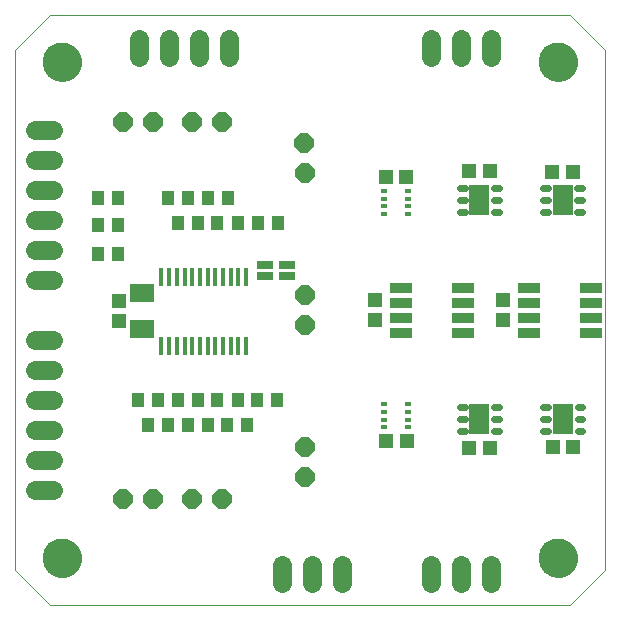
<source format=gts>
G75*
%MOIN*%
%OFA0B0*%
%FSLAX25Y25*%
%IPPOS*%
%LPD*%
%AMOC8*
5,1,8,0,0,1.08239X$1,22.5*
%
%ADD10C,0.02172*%
%ADD11R,0.06699X0.10243*%
%ADD12C,0.00000*%
%ADD13C,0.12998*%
%ADD14C,0.06400*%
%ADD15R,0.02369X0.01778*%
%ADD16R,0.01800X0.06200*%
%ADD17R,0.07487X0.03550*%
%ADD18R,0.04534X0.04652*%
%ADD19R,0.04337X0.04731*%
%ADD20R,0.04652X0.04534*%
%ADD21R,0.08274X0.06306*%
%ADD22OC8,0.06400*%
%ADD23R,0.05400X0.02900*%
D10*
X0158704Y0066663D02*
X0160278Y0066663D01*
X0160278Y0070600D02*
X0158704Y0070600D01*
X0158704Y0074537D02*
X0160278Y0074537D01*
X0170122Y0074537D02*
X0171696Y0074537D01*
X0171696Y0070600D02*
X0170122Y0070600D01*
X0170122Y0066663D02*
X0171696Y0066663D01*
X0186504Y0066663D02*
X0188078Y0066663D01*
X0188078Y0070600D02*
X0186504Y0070600D01*
X0186504Y0074537D02*
X0188078Y0074537D01*
X0197922Y0074537D02*
X0199496Y0074537D01*
X0199496Y0070600D02*
X0197922Y0070600D01*
X0197922Y0066663D02*
X0199496Y0066663D01*
X0199396Y0139563D02*
X0197822Y0139563D01*
X0197822Y0143500D02*
X0199396Y0143500D01*
X0199396Y0147437D02*
X0197822Y0147437D01*
X0187978Y0147437D02*
X0186404Y0147437D01*
X0186404Y0143500D02*
X0187978Y0143500D01*
X0187978Y0139563D02*
X0186404Y0139563D01*
X0171696Y0139663D02*
X0170122Y0139663D01*
X0170122Y0143600D02*
X0171696Y0143600D01*
X0171696Y0147537D02*
X0170122Y0147537D01*
X0160278Y0147537D02*
X0158704Y0147537D01*
X0158704Y0143600D02*
X0160278Y0143600D01*
X0160278Y0139663D02*
X0158704Y0139663D01*
D11*
X0165200Y0143600D03*
X0192900Y0143500D03*
X0193000Y0070600D03*
X0165200Y0070600D03*
D12*
X0022111Y0008500D02*
X0010300Y0020311D01*
X0010300Y0193539D01*
X0022111Y0205350D01*
X0195339Y0205350D01*
X0207150Y0193539D01*
X0207150Y0020311D01*
X0195339Y0008500D01*
X0022111Y0008500D01*
X0019749Y0024248D02*
X0019751Y0024406D01*
X0019757Y0024564D01*
X0019767Y0024722D01*
X0019781Y0024880D01*
X0019799Y0025037D01*
X0019820Y0025194D01*
X0019846Y0025350D01*
X0019876Y0025506D01*
X0019909Y0025661D01*
X0019947Y0025814D01*
X0019988Y0025967D01*
X0020033Y0026119D01*
X0020082Y0026270D01*
X0020135Y0026419D01*
X0020191Y0026567D01*
X0020251Y0026713D01*
X0020315Y0026858D01*
X0020383Y0027001D01*
X0020454Y0027143D01*
X0020528Y0027283D01*
X0020606Y0027420D01*
X0020688Y0027556D01*
X0020772Y0027690D01*
X0020861Y0027821D01*
X0020952Y0027950D01*
X0021047Y0028077D01*
X0021144Y0028202D01*
X0021245Y0028324D01*
X0021349Y0028443D01*
X0021456Y0028560D01*
X0021566Y0028674D01*
X0021679Y0028785D01*
X0021794Y0028894D01*
X0021912Y0028999D01*
X0022033Y0029101D01*
X0022156Y0029201D01*
X0022282Y0029297D01*
X0022410Y0029390D01*
X0022540Y0029480D01*
X0022673Y0029566D01*
X0022808Y0029650D01*
X0022944Y0029729D01*
X0023083Y0029806D01*
X0023224Y0029878D01*
X0023366Y0029948D01*
X0023510Y0030013D01*
X0023656Y0030075D01*
X0023803Y0030133D01*
X0023952Y0030188D01*
X0024102Y0030239D01*
X0024253Y0030286D01*
X0024405Y0030329D01*
X0024558Y0030368D01*
X0024713Y0030404D01*
X0024868Y0030435D01*
X0025024Y0030463D01*
X0025180Y0030487D01*
X0025337Y0030507D01*
X0025495Y0030523D01*
X0025652Y0030535D01*
X0025811Y0030543D01*
X0025969Y0030547D01*
X0026127Y0030547D01*
X0026285Y0030543D01*
X0026444Y0030535D01*
X0026601Y0030523D01*
X0026759Y0030507D01*
X0026916Y0030487D01*
X0027072Y0030463D01*
X0027228Y0030435D01*
X0027383Y0030404D01*
X0027538Y0030368D01*
X0027691Y0030329D01*
X0027843Y0030286D01*
X0027994Y0030239D01*
X0028144Y0030188D01*
X0028293Y0030133D01*
X0028440Y0030075D01*
X0028586Y0030013D01*
X0028730Y0029948D01*
X0028872Y0029878D01*
X0029013Y0029806D01*
X0029152Y0029729D01*
X0029288Y0029650D01*
X0029423Y0029566D01*
X0029556Y0029480D01*
X0029686Y0029390D01*
X0029814Y0029297D01*
X0029940Y0029201D01*
X0030063Y0029101D01*
X0030184Y0028999D01*
X0030302Y0028894D01*
X0030417Y0028785D01*
X0030530Y0028674D01*
X0030640Y0028560D01*
X0030747Y0028443D01*
X0030851Y0028324D01*
X0030952Y0028202D01*
X0031049Y0028077D01*
X0031144Y0027950D01*
X0031235Y0027821D01*
X0031324Y0027690D01*
X0031408Y0027556D01*
X0031490Y0027420D01*
X0031568Y0027283D01*
X0031642Y0027143D01*
X0031713Y0027001D01*
X0031781Y0026858D01*
X0031845Y0026713D01*
X0031905Y0026567D01*
X0031961Y0026419D01*
X0032014Y0026270D01*
X0032063Y0026119D01*
X0032108Y0025967D01*
X0032149Y0025814D01*
X0032187Y0025661D01*
X0032220Y0025506D01*
X0032250Y0025350D01*
X0032276Y0025194D01*
X0032297Y0025037D01*
X0032315Y0024880D01*
X0032329Y0024722D01*
X0032339Y0024564D01*
X0032345Y0024406D01*
X0032347Y0024248D01*
X0032345Y0024090D01*
X0032339Y0023932D01*
X0032329Y0023774D01*
X0032315Y0023616D01*
X0032297Y0023459D01*
X0032276Y0023302D01*
X0032250Y0023146D01*
X0032220Y0022990D01*
X0032187Y0022835D01*
X0032149Y0022682D01*
X0032108Y0022529D01*
X0032063Y0022377D01*
X0032014Y0022226D01*
X0031961Y0022077D01*
X0031905Y0021929D01*
X0031845Y0021783D01*
X0031781Y0021638D01*
X0031713Y0021495D01*
X0031642Y0021353D01*
X0031568Y0021213D01*
X0031490Y0021076D01*
X0031408Y0020940D01*
X0031324Y0020806D01*
X0031235Y0020675D01*
X0031144Y0020546D01*
X0031049Y0020419D01*
X0030952Y0020294D01*
X0030851Y0020172D01*
X0030747Y0020053D01*
X0030640Y0019936D01*
X0030530Y0019822D01*
X0030417Y0019711D01*
X0030302Y0019602D01*
X0030184Y0019497D01*
X0030063Y0019395D01*
X0029940Y0019295D01*
X0029814Y0019199D01*
X0029686Y0019106D01*
X0029556Y0019016D01*
X0029423Y0018930D01*
X0029288Y0018846D01*
X0029152Y0018767D01*
X0029013Y0018690D01*
X0028872Y0018618D01*
X0028730Y0018548D01*
X0028586Y0018483D01*
X0028440Y0018421D01*
X0028293Y0018363D01*
X0028144Y0018308D01*
X0027994Y0018257D01*
X0027843Y0018210D01*
X0027691Y0018167D01*
X0027538Y0018128D01*
X0027383Y0018092D01*
X0027228Y0018061D01*
X0027072Y0018033D01*
X0026916Y0018009D01*
X0026759Y0017989D01*
X0026601Y0017973D01*
X0026444Y0017961D01*
X0026285Y0017953D01*
X0026127Y0017949D01*
X0025969Y0017949D01*
X0025811Y0017953D01*
X0025652Y0017961D01*
X0025495Y0017973D01*
X0025337Y0017989D01*
X0025180Y0018009D01*
X0025024Y0018033D01*
X0024868Y0018061D01*
X0024713Y0018092D01*
X0024558Y0018128D01*
X0024405Y0018167D01*
X0024253Y0018210D01*
X0024102Y0018257D01*
X0023952Y0018308D01*
X0023803Y0018363D01*
X0023656Y0018421D01*
X0023510Y0018483D01*
X0023366Y0018548D01*
X0023224Y0018618D01*
X0023083Y0018690D01*
X0022944Y0018767D01*
X0022808Y0018846D01*
X0022673Y0018930D01*
X0022540Y0019016D01*
X0022410Y0019106D01*
X0022282Y0019199D01*
X0022156Y0019295D01*
X0022033Y0019395D01*
X0021912Y0019497D01*
X0021794Y0019602D01*
X0021679Y0019711D01*
X0021566Y0019822D01*
X0021456Y0019936D01*
X0021349Y0020053D01*
X0021245Y0020172D01*
X0021144Y0020294D01*
X0021047Y0020419D01*
X0020952Y0020546D01*
X0020861Y0020675D01*
X0020772Y0020806D01*
X0020688Y0020940D01*
X0020606Y0021076D01*
X0020528Y0021213D01*
X0020454Y0021353D01*
X0020383Y0021495D01*
X0020315Y0021638D01*
X0020251Y0021783D01*
X0020191Y0021929D01*
X0020135Y0022077D01*
X0020082Y0022226D01*
X0020033Y0022377D01*
X0019988Y0022529D01*
X0019947Y0022682D01*
X0019909Y0022835D01*
X0019876Y0022990D01*
X0019846Y0023146D01*
X0019820Y0023302D01*
X0019799Y0023459D01*
X0019781Y0023616D01*
X0019767Y0023774D01*
X0019757Y0023932D01*
X0019751Y0024090D01*
X0019749Y0024248D01*
X0019749Y0189602D02*
X0019751Y0189760D01*
X0019757Y0189918D01*
X0019767Y0190076D01*
X0019781Y0190234D01*
X0019799Y0190391D01*
X0019820Y0190548D01*
X0019846Y0190704D01*
X0019876Y0190860D01*
X0019909Y0191015D01*
X0019947Y0191168D01*
X0019988Y0191321D01*
X0020033Y0191473D01*
X0020082Y0191624D01*
X0020135Y0191773D01*
X0020191Y0191921D01*
X0020251Y0192067D01*
X0020315Y0192212D01*
X0020383Y0192355D01*
X0020454Y0192497D01*
X0020528Y0192637D01*
X0020606Y0192774D01*
X0020688Y0192910D01*
X0020772Y0193044D01*
X0020861Y0193175D01*
X0020952Y0193304D01*
X0021047Y0193431D01*
X0021144Y0193556D01*
X0021245Y0193678D01*
X0021349Y0193797D01*
X0021456Y0193914D01*
X0021566Y0194028D01*
X0021679Y0194139D01*
X0021794Y0194248D01*
X0021912Y0194353D01*
X0022033Y0194455D01*
X0022156Y0194555D01*
X0022282Y0194651D01*
X0022410Y0194744D01*
X0022540Y0194834D01*
X0022673Y0194920D01*
X0022808Y0195004D01*
X0022944Y0195083D01*
X0023083Y0195160D01*
X0023224Y0195232D01*
X0023366Y0195302D01*
X0023510Y0195367D01*
X0023656Y0195429D01*
X0023803Y0195487D01*
X0023952Y0195542D01*
X0024102Y0195593D01*
X0024253Y0195640D01*
X0024405Y0195683D01*
X0024558Y0195722D01*
X0024713Y0195758D01*
X0024868Y0195789D01*
X0025024Y0195817D01*
X0025180Y0195841D01*
X0025337Y0195861D01*
X0025495Y0195877D01*
X0025652Y0195889D01*
X0025811Y0195897D01*
X0025969Y0195901D01*
X0026127Y0195901D01*
X0026285Y0195897D01*
X0026444Y0195889D01*
X0026601Y0195877D01*
X0026759Y0195861D01*
X0026916Y0195841D01*
X0027072Y0195817D01*
X0027228Y0195789D01*
X0027383Y0195758D01*
X0027538Y0195722D01*
X0027691Y0195683D01*
X0027843Y0195640D01*
X0027994Y0195593D01*
X0028144Y0195542D01*
X0028293Y0195487D01*
X0028440Y0195429D01*
X0028586Y0195367D01*
X0028730Y0195302D01*
X0028872Y0195232D01*
X0029013Y0195160D01*
X0029152Y0195083D01*
X0029288Y0195004D01*
X0029423Y0194920D01*
X0029556Y0194834D01*
X0029686Y0194744D01*
X0029814Y0194651D01*
X0029940Y0194555D01*
X0030063Y0194455D01*
X0030184Y0194353D01*
X0030302Y0194248D01*
X0030417Y0194139D01*
X0030530Y0194028D01*
X0030640Y0193914D01*
X0030747Y0193797D01*
X0030851Y0193678D01*
X0030952Y0193556D01*
X0031049Y0193431D01*
X0031144Y0193304D01*
X0031235Y0193175D01*
X0031324Y0193044D01*
X0031408Y0192910D01*
X0031490Y0192774D01*
X0031568Y0192637D01*
X0031642Y0192497D01*
X0031713Y0192355D01*
X0031781Y0192212D01*
X0031845Y0192067D01*
X0031905Y0191921D01*
X0031961Y0191773D01*
X0032014Y0191624D01*
X0032063Y0191473D01*
X0032108Y0191321D01*
X0032149Y0191168D01*
X0032187Y0191015D01*
X0032220Y0190860D01*
X0032250Y0190704D01*
X0032276Y0190548D01*
X0032297Y0190391D01*
X0032315Y0190234D01*
X0032329Y0190076D01*
X0032339Y0189918D01*
X0032345Y0189760D01*
X0032347Y0189602D01*
X0032345Y0189444D01*
X0032339Y0189286D01*
X0032329Y0189128D01*
X0032315Y0188970D01*
X0032297Y0188813D01*
X0032276Y0188656D01*
X0032250Y0188500D01*
X0032220Y0188344D01*
X0032187Y0188189D01*
X0032149Y0188036D01*
X0032108Y0187883D01*
X0032063Y0187731D01*
X0032014Y0187580D01*
X0031961Y0187431D01*
X0031905Y0187283D01*
X0031845Y0187137D01*
X0031781Y0186992D01*
X0031713Y0186849D01*
X0031642Y0186707D01*
X0031568Y0186567D01*
X0031490Y0186430D01*
X0031408Y0186294D01*
X0031324Y0186160D01*
X0031235Y0186029D01*
X0031144Y0185900D01*
X0031049Y0185773D01*
X0030952Y0185648D01*
X0030851Y0185526D01*
X0030747Y0185407D01*
X0030640Y0185290D01*
X0030530Y0185176D01*
X0030417Y0185065D01*
X0030302Y0184956D01*
X0030184Y0184851D01*
X0030063Y0184749D01*
X0029940Y0184649D01*
X0029814Y0184553D01*
X0029686Y0184460D01*
X0029556Y0184370D01*
X0029423Y0184284D01*
X0029288Y0184200D01*
X0029152Y0184121D01*
X0029013Y0184044D01*
X0028872Y0183972D01*
X0028730Y0183902D01*
X0028586Y0183837D01*
X0028440Y0183775D01*
X0028293Y0183717D01*
X0028144Y0183662D01*
X0027994Y0183611D01*
X0027843Y0183564D01*
X0027691Y0183521D01*
X0027538Y0183482D01*
X0027383Y0183446D01*
X0027228Y0183415D01*
X0027072Y0183387D01*
X0026916Y0183363D01*
X0026759Y0183343D01*
X0026601Y0183327D01*
X0026444Y0183315D01*
X0026285Y0183307D01*
X0026127Y0183303D01*
X0025969Y0183303D01*
X0025811Y0183307D01*
X0025652Y0183315D01*
X0025495Y0183327D01*
X0025337Y0183343D01*
X0025180Y0183363D01*
X0025024Y0183387D01*
X0024868Y0183415D01*
X0024713Y0183446D01*
X0024558Y0183482D01*
X0024405Y0183521D01*
X0024253Y0183564D01*
X0024102Y0183611D01*
X0023952Y0183662D01*
X0023803Y0183717D01*
X0023656Y0183775D01*
X0023510Y0183837D01*
X0023366Y0183902D01*
X0023224Y0183972D01*
X0023083Y0184044D01*
X0022944Y0184121D01*
X0022808Y0184200D01*
X0022673Y0184284D01*
X0022540Y0184370D01*
X0022410Y0184460D01*
X0022282Y0184553D01*
X0022156Y0184649D01*
X0022033Y0184749D01*
X0021912Y0184851D01*
X0021794Y0184956D01*
X0021679Y0185065D01*
X0021566Y0185176D01*
X0021456Y0185290D01*
X0021349Y0185407D01*
X0021245Y0185526D01*
X0021144Y0185648D01*
X0021047Y0185773D01*
X0020952Y0185900D01*
X0020861Y0186029D01*
X0020772Y0186160D01*
X0020688Y0186294D01*
X0020606Y0186430D01*
X0020528Y0186567D01*
X0020454Y0186707D01*
X0020383Y0186849D01*
X0020315Y0186992D01*
X0020251Y0187137D01*
X0020191Y0187283D01*
X0020135Y0187431D01*
X0020082Y0187580D01*
X0020033Y0187731D01*
X0019988Y0187883D01*
X0019947Y0188036D01*
X0019909Y0188189D01*
X0019876Y0188344D01*
X0019846Y0188500D01*
X0019820Y0188656D01*
X0019799Y0188813D01*
X0019781Y0188970D01*
X0019767Y0189128D01*
X0019757Y0189286D01*
X0019751Y0189444D01*
X0019749Y0189602D01*
X0185103Y0189602D02*
X0185105Y0189760D01*
X0185111Y0189918D01*
X0185121Y0190076D01*
X0185135Y0190234D01*
X0185153Y0190391D01*
X0185174Y0190548D01*
X0185200Y0190704D01*
X0185230Y0190860D01*
X0185263Y0191015D01*
X0185301Y0191168D01*
X0185342Y0191321D01*
X0185387Y0191473D01*
X0185436Y0191624D01*
X0185489Y0191773D01*
X0185545Y0191921D01*
X0185605Y0192067D01*
X0185669Y0192212D01*
X0185737Y0192355D01*
X0185808Y0192497D01*
X0185882Y0192637D01*
X0185960Y0192774D01*
X0186042Y0192910D01*
X0186126Y0193044D01*
X0186215Y0193175D01*
X0186306Y0193304D01*
X0186401Y0193431D01*
X0186498Y0193556D01*
X0186599Y0193678D01*
X0186703Y0193797D01*
X0186810Y0193914D01*
X0186920Y0194028D01*
X0187033Y0194139D01*
X0187148Y0194248D01*
X0187266Y0194353D01*
X0187387Y0194455D01*
X0187510Y0194555D01*
X0187636Y0194651D01*
X0187764Y0194744D01*
X0187894Y0194834D01*
X0188027Y0194920D01*
X0188162Y0195004D01*
X0188298Y0195083D01*
X0188437Y0195160D01*
X0188578Y0195232D01*
X0188720Y0195302D01*
X0188864Y0195367D01*
X0189010Y0195429D01*
X0189157Y0195487D01*
X0189306Y0195542D01*
X0189456Y0195593D01*
X0189607Y0195640D01*
X0189759Y0195683D01*
X0189912Y0195722D01*
X0190067Y0195758D01*
X0190222Y0195789D01*
X0190378Y0195817D01*
X0190534Y0195841D01*
X0190691Y0195861D01*
X0190849Y0195877D01*
X0191006Y0195889D01*
X0191165Y0195897D01*
X0191323Y0195901D01*
X0191481Y0195901D01*
X0191639Y0195897D01*
X0191798Y0195889D01*
X0191955Y0195877D01*
X0192113Y0195861D01*
X0192270Y0195841D01*
X0192426Y0195817D01*
X0192582Y0195789D01*
X0192737Y0195758D01*
X0192892Y0195722D01*
X0193045Y0195683D01*
X0193197Y0195640D01*
X0193348Y0195593D01*
X0193498Y0195542D01*
X0193647Y0195487D01*
X0193794Y0195429D01*
X0193940Y0195367D01*
X0194084Y0195302D01*
X0194226Y0195232D01*
X0194367Y0195160D01*
X0194506Y0195083D01*
X0194642Y0195004D01*
X0194777Y0194920D01*
X0194910Y0194834D01*
X0195040Y0194744D01*
X0195168Y0194651D01*
X0195294Y0194555D01*
X0195417Y0194455D01*
X0195538Y0194353D01*
X0195656Y0194248D01*
X0195771Y0194139D01*
X0195884Y0194028D01*
X0195994Y0193914D01*
X0196101Y0193797D01*
X0196205Y0193678D01*
X0196306Y0193556D01*
X0196403Y0193431D01*
X0196498Y0193304D01*
X0196589Y0193175D01*
X0196678Y0193044D01*
X0196762Y0192910D01*
X0196844Y0192774D01*
X0196922Y0192637D01*
X0196996Y0192497D01*
X0197067Y0192355D01*
X0197135Y0192212D01*
X0197199Y0192067D01*
X0197259Y0191921D01*
X0197315Y0191773D01*
X0197368Y0191624D01*
X0197417Y0191473D01*
X0197462Y0191321D01*
X0197503Y0191168D01*
X0197541Y0191015D01*
X0197574Y0190860D01*
X0197604Y0190704D01*
X0197630Y0190548D01*
X0197651Y0190391D01*
X0197669Y0190234D01*
X0197683Y0190076D01*
X0197693Y0189918D01*
X0197699Y0189760D01*
X0197701Y0189602D01*
X0197699Y0189444D01*
X0197693Y0189286D01*
X0197683Y0189128D01*
X0197669Y0188970D01*
X0197651Y0188813D01*
X0197630Y0188656D01*
X0197604Y0188500D01*
X0197574Y0188344D01*
X0197541Y0188189D01*
X0197503Y0188036D01*
X0197462Y0187883D01*
X0197417Y0187731D01*
X0197368Y0187580D01*
X0197315Y0187431D01*
X0197259Y0187283D01*
X0197199Y0187137D01*
X0197135Y0186992D01*
X0197067Y0186849D01*
X0196996Y0186707D01*
X0196922Y0186567D01*
X0196844Y0186430D01*
X0196762Y0186294D01*
X0196678Y0186160D01*
X0196589Y0186029D01*
X0196498Y0185900D01*
X0196403Y0185773D01*
X0196306Y0185648D01*
X0196205Y0185526D01*
X0196101Y0185407D01*
X0195994Y0185290D01*
X0195884Y0185176D01*
X0195771Y0185065D01*
X0195656Y0184956D01*
X0195538Y0184851D01*
X0195417Y0184749D01*
X0195294Y0184649D01*
X0195168Y0184553D01*
X0195040Y0184460D01*
X0194910Y0184370D01*
X0194777Y0184284D01*
X0194642Y0184200D01*
X0194506Y0184121D01*
X0194367Y0184044D01*
X0194226Y0183972D01*
X0194084Y0183902D01*
X0193940Y0183837D01*
X0193794Y0183775D01*
X0193647Y0183717D01*
X0193498Y0183662D01*
X0193348Y0183611D01*
X0193197Y0183564D01*
X0193045Y0183521D01*
X0192892Y0183482D01*
X0192737Y0183446D01*
X0192582Y0183415D01*
X0192426Y0183387D01*
X0192270Y0183363D01*
X0192113Y0183343D01*
X0191955Y0183327D01*
X0191798Y0183315D01*
X0191639Y0183307D01*
X0191481Y0183303D01*
X0191323Y0183303D01*
X0191165Y0183307D01*
X0191006Y0183315D01*
X0190849Y0183327D01*
X0190691Y0183343D01*
X0190534Y0183363D01*
X0190378Y0183387D01*
X0190222Y0183415D01*
X0190067Y0183446D01*
X0189912Y0183482D01*
X0189759Y0183521D01*
X0189607Y0183564D01*
X0189456Y0183611D01*
X0189306Y0183662D01*
X0189157Y0183717D01*
X0189010Y0183775D01*
X0188864Y0183837D01*
X0188720Y0183902D01*
X0188578Y0183972D01*
X0188437Y0184044D01*
X0188298Y0184121D01*
X0188162Y0184200D01*
X0188027Y0184284D01*
X0187894Y0184370D01*
X0187764Y0184460D01*
X0187636Y0184553D01*
X0187510Y0184649D01*
X0187387Y0184749D01*
X0187266Y0184851D01*
X0187148Y0184956D01*
X0187033Y0185065D01*
X0186920Y0185176D01*
X0186810Y0185290D01*
X0186703Y0185407D01*
X0186599Y0185526D01*
X0186498Y0185648D01*
X0186401Y0185773D01*
X0186306Y0185900D01*
X0186215Y0186029D01*
X0186126Y0186160D01*
X0186042Y0186294D01*
X0185960Y0186430D01*
X0185882Y0186567D01*
X0185808Y0186707D01*
X0185737Y0186849D01*
X0185669Y0186992D01*
X0185605Y0187137D01*
X0185545Y0187283D01*
X0185489Y0187431D01*
X0185436Y0187580D01*
X0185387Y0187731D01*
X0185342Y0187883D01*
X0185301Y0188036D01*
X0185263Y0188189D01*
X0185230Y0188344D01*
X0185200Y0188500D01*
X0185174Y0188656D01*
X0185153Y0188813D01*
X0185135Y0188970D01*
X0185121Y0189128D01*
X0185111Y0189286D01*
X0185105Y0189444D01*
X0185103Y0189602D01*
X0185103Y0024248D02*
X0185105Y0024406D01*
X0185111Y0024564D01*
X0185121Y0024722D01*
X0185135Y0024880D01*
X0185153Y0025037D01*
X0185174Y0025194D01*
X0185200Y0025350D01*
X0185230Y0025506D01*
X0185263Y0025661D01*
X0185301Y0025814D01*
X0185342Y0025967D01*
X0185387Y0026119D01*
X0185436Y0026270D01*
X0185489Y0026419D01*
X0185545Y0026567D01*
X0185605Y0026713D01*
X0185669Y0026858D01*
X0185737Y0027001D01*
X0185808Y0027143D01*
X0185882Y0027283D01*
X0185960Y0027420D01*
X0186042Y0027556D01*
X0186126Y0027690D01*
X0186215Y0027821D01*
X0186306Y0027950D01*
X0186401Y0028077D01*
X0186498Y0028202D01*
X0186599Y0028324D01*
X0186703Y0028443D01*
X0186810Y0028560D01*
X0186920Y0028674D01*
X0187033Y0028785D01*
X0187148Y0028894D01*
X0187266Y0028999D01*
X0187387Y0029101D01*
X0187510Y0029201D01*
X0187636Y0029297D01*
X0187764Y0029390D01*
X0187894Y0029480D01*
X0188027Y0029566D01*
X0188162Y0029650D01*
X0188298Y0029729D01*
X0188437Y0029806D01*
X0188578Y0029878D01*
X0188720Y0029948D01*
X0188864Y0030013D01*
X0189010Y0030075D01*
X0189157Y0030133D01*
X0189306Y0030188D01*
X0189456Y0030239D01*
X0189607Y0030286D01*
X0189759Y0030329D01*
X0189912Y0030368D01*
X0190067Y0030404D01*
X0190222Y0030435D01*
X0190378Y0030463D01*
X0190534Y0030487D01*
X0190691Y0030507D01*
X0190849Y0030523D01*
X0191006Y0030535D01*
X0191165Y0030543D01*
X0191323Y0030547D01*
X0191481Y0030547D01*
X0191639Y0030543D01*
X0191798Y0030535D01*
X0191955Y0030523D01*
X0192113Y0030507D01*
X0192270Y0030487D01*
X0192426Y0030463D01*
X0192582Y0030435D01*
X0192737Y0030404D01*
X0192892Y0030368D01*
X0193045Y0030329D01*
X0193197Y0030286D01*
X0193348Y0030239D01*
X0193498Y0030188D01*
X0193647Y0030133D01*
X0193794Y0030075D01*
X0193940Y0030013D01*
X0194084Y0029948D01*
X0194226Y0029878D01*
X0194367Y0029806D01*
X0194506Y0029729D01*
X0194642Y0029650D01*
X0194777Y0029566D01*
X0194910Y0029480D01*
X0195040Y0029390D01*
X0195168Y0029297D01*
X0195294Y0029201D01*
X0195417Y0029101D01*
X0195538Y0028999D01*
X0195656Y0028894D01*
X0195771Y0028785D01*
X0195884Y0028674D01*
X0195994Y0028560D01*
X0196101Y0028443D01*
X0196205Y0028324D01*
X0196306Y0028202D01*
X0196403Y0028077D01*
X0196498Y0027950D01*
X0196589Y0027821D01*
X0196678Y0027690D01*
X0196762Y0027556D01*
X0196844Y0027420D01*
X0196922Y0027283D01*
X0196996Y0027143D01*
X0197067Y0027001D01*
X0197135Y0026858D01*
X0197199Y0026713D01*
X0197259Y0026567D01*
X0197315Y0026419D01*
X0197368Y0026270D01*
X0197417Y0026119D01*
X0197462Y0025967D01*
X0197503Y0025814D01*
X0197541Y0025661D01*
X0197574Y0025506D01*
X0197604Y0025350D01*
X0197630Y0025194D01*
X0197651Y0025037D01*
X0197669Y0024880D01*
X0197683Y0024722D01*
X0197693Y0024564D01*
X0197699Y0024406D01*
X0197701Y0024248D01*
X0197699Y0024090D01*
X0197693Y0023932D01*
X0197683Y0023774D01*
X0197669Y0023616D01*
X0197651Y0023459D01*
X0197630Y0023302D01*
X0197604Y0023146D01*
X0197574Y0022990D01*
X0197541Y0022835D01*
X0197503Y0022682D01*
X0197462Y0022529D01*
X0197417Y0022377D01*
X0197368Y0022226D01*
X0197315Y0022077D01*
X0197259Y0021929D01*
X0197199Y0021783D01*
X0197135Y0021638D01*
X0197067Y0021495D01*
X0196996Y0021353D01*
X0196922Y0021213D01*
X0196844Y0021076D01*
X0196762Y0020940D01*
X0196678Y0020806D01*
X0196589Y0020675D01*
X0196498Y0020546D01*
X0196403Y0020419D01*
X0196306Y0020294D01*
X0196205Y0020172D01*
X0196101Y0020053D01*
X0195994Y0019936D01*
X0195884Y0019822D01*
X0195771Y0019711D01*
X0195656Y0019602D01*
X0195538Y0019497D01*
X0195417Y0019395D01*
X0195294Y0019295D01*
X0195168Y0019199D01*
X0195040Y0019106D01*
X0194910Y0019016D01*
X0194777Y0018930D01*
X0194642Y0018846D01*
X0194506Y0018767D01*
X0194367Y0018690D01*
X0194226Y0018618D01*
X0194084Y0018548D01*
X0193940Y0018483D01*
X0193794Y0018421D01*
X0193647Y0018363D01*
X0193498Y0018308D01*
X0193348Y0018257D01*
X0193197Y0018210D01*
X0193045Y0018167D01*
X0192892Y0018128D01*
X0192737Y0018092D01*
X0192582Y0018061D01*
X0192426Y0018033D01*
X0192270Y0018009D01*
X0192113Y0017989D01*
X0191955Y0017973D01*
X0191798Y0017961D01*
X0191639Y0017953D01*
X0191481Y0017949D01*
X0191323Y0017949D01*
X0191165Y0017953D01*
X0191006Y0017961D01*
X0190849Y0017973D01*
X0190691Y0017989D01*
X0190534Y0018009D01*
X0190378Y0018033D01*
X0190222Y0018061D01*
X0190067Y0018092D01*
X0189912Y0018128D01*
X0189759Y0018167D01*
X0189607Y0018210D01*
X0189456Y0018257D01*
X0189306Y0018308D01*
X0189157Y0018363D01*
X0189010Y0018421D01*
X0188864Y0018483D01*
X0188720Y0018548D01*
X0188578Y0018618D01*
X0188437Y0018690D01*
X0188298Y0018767D01*
X0188162Y0018846D01*
X0188027Y0018930D01*
X0187894Y0019016D01*
X0187764Y0019106D01*
X0187636Y0019199D01*
X0187510Y0019295D01*
X0187387Y0019395D01*
X0187266Y0019497D01*
X0187148Y0019602D01*
X0187033Y0019711D01*
X0186920Y0019822D01*
X0186810Y0019936D01*
X0186703Y0020053D01*
X0186599Y0020172D01*
X0186498Y0020294D01*
X0186401Y0020419D01*
X0186306Y0020546D01*
X0186215Y0020675D01*
X0186126Y0020806D01*
X0186042Y0020940D01*
X0185960Y0021076D01*
X0185882Y0021213D01*
X0185808Y0021353D01*
X0185737Y0021495D01*
X0185669Y0021638D01*
X0185605Y0021783D01*
X0185545Y0021929D01*
X0185489Y0022077D01*
X0185436Y0022226D01*
X0185387Y0022377D01*
X0185342Y0022529D01*
X0185301Y0022682D01*
X0185263Y0022835D01*
X0185230Y0022990D01*
X0185200Y0023146D01*
X0185174Y0023302D01*
X0185153Y0023459D01*
X0185135Y0023616D01*
X0185121Y0023774D01*
X0185111Y0023932D01*
X0185105Y0024090D01*
X0185103Y0024248D01*
D13*
X0191402Y0024248D03*
X0026048Y0024248D03*
X0026048Y0189602D03*
X0191402Y0189602D03*
D14*
X0169100Y0191400D02*
X0169100Y0197400D01*
X0159100Y0197400D02*
X0159100Y0191400D01*
X0149100Y0191400D02*
X0149100Y0197400D01*
X0081700Y0197400D02*
X0081700Y0191400D01*
X0071700Y0191400D02*
X0071700Y0197400D01*
X0061700Y0197400D02*
X0061700Y0191400D01*
X0051700Y0191400D02*
X0051700Y0197400D01*
X0023143Y0166925D02*
X0017143Y0166925D01*
X0017143Y0156925D02*
X0023143Y0156925D01*
X0023143Y0146925D02*
X0017143Y0146925D01*
X0017143Y0136925D02*
X0023143Y0136925D01*
X0023143Y0126925D02*
X0017143Y0126925D01*
X0017143Y0116925D02*
X0023143Y0116925D01*
X0023143Y0096925D02*
X0017143Y0096925D01*
X0017143Y0086925D02*
X0023143Y0086925D01*
X0023143Y0076925D02*
X0017143Y0076925D01*
X0017143Y0066925D02*
X0023143Y0066925D01*
X0023143Y0056925D02*
X0017143Y0056925D01*
X0017143Y0046925D02*
X0023143Y0046925D01*
X0099500Y0021900D02*
X0099500Y0015900D01*
X0109500Y0015900D02*
X0109500Y0021900D01*
X0119500Y0021900D02*
X0119500Y0015900D01*
X0149100Y0015900D02*
X0149100Y0021900D01*
X0159100Y0021900D02*
X0159100Y0015900D01*
X0169100Y0015900D02*
X0169100Y0021900D01*
D15*
X0141486Y0067761D03*
X0141486Y0070320D03*
X0141486Y0072880D03*
X0141486Y0075439D03*
X0133514Y0075439D03*
X0133514Y0072880D03*
X0133514Y0070320D03*
X0133514Y0067761D03*
X0133414Y0138861D03*
X0133414Y0141420D03*
X0133414Y0143980D03*
X0133414Y0146539D03*
X0141386Y0146539D03*
X0141386Y0143980D03*
X0141386Y0141420D03*
X0141386Y0138861D03*
D16*
X0087400Y0118000D03*
X0084800Y0118000D03*
X0082300Y0118000D03*
X0079700Y0118000D03*
X0077100Y0118000D03*
X0074600Y0118000D03*
X0072000Y0118000D03*
X0069500Y0118000D03*
X0066900Y0118000D03*
X0064300Y0118000D03*
X0061800Y0118000D03*
X0059200Y0118000D03*
X0059200Y0095000D03*
X0061800Y0095000D03*
X0064300Y0095000D03*
X0066900Y0095000D03*
X0069500Y0095000D03*
X0072000Y0095000D03*
X0074600Y0095000D03*
X0077100Y0095000D03*
X0079700Y0095000D03*
X0082300Y0095000D03*
X0084800Y0095000D03*
X0087400Y0095000D03*
D17*
X0139006Y0099400D03*
X0139006Y0104400D03*
X0139006Y0109400D03*
X0139006Y0114400D03*
X0159794Y0114400D03*
X0159794Y0109400D03*
X0159794Y0104400D03*
X0159794Y0099400D03*
X0181706Y0099400D03*
X0181706Y0104400D03*
X0181706Y0109400D03*
X0181706Y0114400D03*
X0202494Y0114400D03*
X0202494Y0109400D03*
X0202494Y0104400D03*
X0202494Y0099400D03*
D18*
X0196445Y0061200D03*
X0189555Y0061200D03*
X0168645Y0061000D03*
X0161755Y0061000D03*
X0140945Y0063300D03*
X0134055Y0063300D03*
X0133955Y0151200D03*
X0140845Y0151200D03*
X0161755Y0153100D03*
X0168645Y0153100D03*
X0189455Y0153000D03*
X0196345Y0153000D03*
D19*
X0098046Y0136000D03*
X0091354Y0136000D03*
X0084546Y0136000D03*
X0077854Y0136000D03*
X0071346Y0136000D03*
X0064654Y0136000D03*
X0067946Y0144300D03*
X0061254Y0144300D03*
X0074654Y0144300D03*
X0081346Y0144300D03*
X0044746Y0144300D03*
X0038054Y0144300D03*
X0037954Y0135093D03*
X0044646Y0135093D03*
X0044646Y0125600D03*
X0037954Y0125600D03*
X0051454Y0077000D03*
X0058146Y0077000D03*
X0064654Y0077000D03*
X0071346Y0077000D03*
X0077854Y0077000D03*
X0084546Y0077000D03*
X0091054Y0077000D03*
X0097746Y0077000D03*
X0087846Y0068700D03*
X0081154Y0068700D03*
X0074646Y0068700D03*
X0067954Y0068700D03*
X0061346Y0068700D03*
X0054654Y0068700D03*
D20*
X0045200Y0103155D03*
X0045200Y0110045D03*
X0130300Y0110345D03*
X0130300Y0103455D03*
X0173100Y0103455D03*
X0173100Y0110345D03*
D21*
X0052700Y0112506D03*
X0052700Y0100694D03*
D22*
X0107000Y0101900D03*
X0107000Y0111900D03*
X0106900Y0152500D03*
X0106600Y0162500D03*
X0079500Y0169700D03*
X0069500Y0169700D03*
X0056500Y0169700D03*
X0046500Y0169700D03*
X0107000Y0061200D03*
X0107000Y0051200D03*
X0079500Y0044000D03*
X0069500Y0044000D03*
X0056500Y0044000D03*
X0046500Y0044000D03*
D23*
X0093700Y0118328D03*
X0093700Y0121872D03*
X0100900Y0121872D03*
X0100900Y0118328D03*
M02*

</source>
